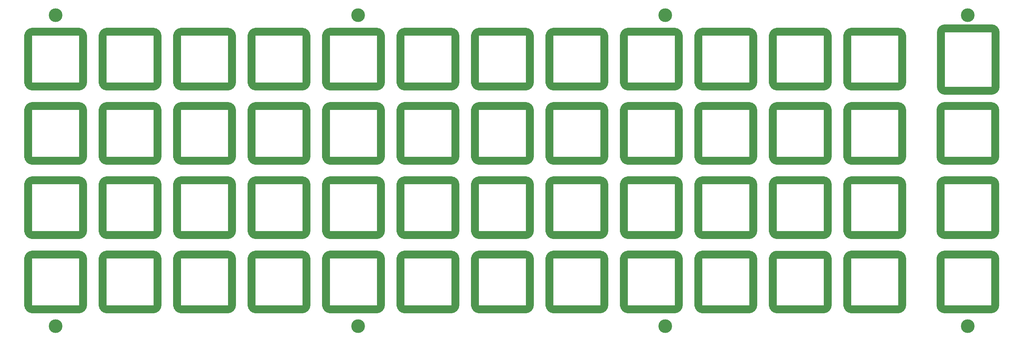
<source format=gbr>
G04 #@! TF.GenerationSoftware,KiCad,Pcbnew,(5.1.4-0)*
G04 #@! TF.CreationDate,2021-11-04T10:17:46-05:00*
G04 #@! TF.ProjectId,top_plate,746f705f-706c-4617-9465-2e6b69636164,rev?*
G04 #@! TF.SameCoordinates,Original*
G04 #@! TF.FileFunction,Soldermask,Top*
G04 #@! TF.FilePolarity,Negative*
%FSLAX46Y46*%
G04 Gerber Fmt 4.6, Leading zero omitted, Abs format (unit mm)*
G04 Created by KiCad (PCBNEW (5.1.4-0)) date 2021-11-04 10:17:46*
%MOMM*%
%LPD*%
G04 APERTURE LIST*
%ADD10C,2.000000*%
%ADD11C,3.500000*%
G04 APERTURE END LIST*
D10*
X395336010Y-100156700D02*
G75*
G02X396336010Y-101156700I0J-1000000D01*
G01*
X396336010Y-113156700D02*
G75*
G02X395336010Y-114156700I-1000000J0D01*
G01*
X383336010Y-114156700D02*
G75*
G02X382336010Y-113156700I0J1000000D01*
G01*
X382336010Y-101156700D02*
G75*
G02X383336010Y-100156700I1000000J0D01*
G01*
X395336010Y-100156700D02*
X383336010Y-100156700D01*
X382336010Y-113156700D02*
X382336010Y-101156700D01*
X383336010Y-114156700D02*
X395336010Y-114156700D01*
X396336010Y-101156700D02*
X396336010Y-113156700D01*
X395335890Y-81106428D02*
G75*
G02X396335890Y-82106428I0J-1000000D01*
G01*
X396335890Y-94106428D02*
G75*
G02X395335890Y-95106428I-1000000J0D01*
G01*
X383335890Y-95106428D02*
G75*
G02X382335890Y-94106428I0J1000000D01*
G01*
X382335890Y-82106428D02*
G75*
G02X383335890Y-81106428I1000000J0D01*
G01*
X395335890Y-81106428D02*
X383335890Y-81106428D01*
X382335890Y-94106428D02*
X382335890Y-82106428D01*
X383335890Y-95106428D02*
X395335890Y-95106428D01*
X396335890Y-82106428D02*
X396335890Y-94106428D01*
X395335890Y-62056444D02*
G75*
G02X396335890Y-63056444I0J-1000000D01*
G01*
X396335890Y-75056444D02*
G75*
G02X395335890Y-76056444I-1000000J0D01*
G01*
X383335890Y-76056444D02*
G75*
G02X382335890Y-75056444I0J1000000D01*
G01*
X382335890Y-63056444D02*
G75*
G02X383335890Y-62056444I1000000J0D01*
G01*
X395335890Y-62056444D02*
X383335890Y-62056444D01*
X382335890Y-75056444D02*
X382335890Y-63056444D01*
X383335890Y-76056444D02*
X395335890Y-76056444D01*
X396335890Y-63056444D02*
X396335890Y-75056444D01*
X371523410Y-100156700D02*
G75*
G02X372523410Y-101156700I0J-1000000D01*
G01*
X372523410Y-113156700D02*
G75*
G02X371523410Y-114156700I-1000000J0D01*
G01*
X359523410Y-114156700D02*
G75*
G02X358523410Y-113156700I0J1000000D01*
G01*
X358523410Y-101156700D02*
G75*
G02X359523410Y-100156700I1000000J0D01*
G01*
X371523410Y-100156700D02*
X359523410Y-100156700D01*
X358523410Y-113156700D02*
X358523410Y-101156700D01*
X359523410Y-114156700D02*
X371523410Y-114156700D01*
X372523410Y-101156700D02*
X372523410Y-113156700D01*
X352473330Y-100160000D02*
G75*
G02X353473330Y-101160000I0J-1000000D01*
G01*
X353473330Y-113160000D02*
G75*
G02X352473330Y-114160000I-1000000J0D01*
G01*
X340473330Y-114160000D02*
G75*
G02X339473330Y-113160000I0J1000000D01*
G01*
X339473330Y-101160000D02*
G75*
G02X340473330Y-100160000I1000000J0D01*
G01*
X352473330Y-100160000D02*
X340473330Y-100160000D01*
X339473330Y-113160000D02*
X339473330Y-101160000D01*
X340473330Y-114160000D02*
X352473330Y-114160000D01*
X353473330Y-101160000D02*
X353473330Y-113160000D01*
X333423250Y-100156700D02*
G75*
G02X334423250Y-101156700I0J-1000000D01*
G01*
X334423250Y-113156700D02*
G75*
G02X333423250Y-114156700I-1000000J0D01*
G01*
X321423250Y-114156700D02*
G75*
G02X320423250Y-113156700I0J1000000D01*
G01*
X320423250Y-101156700D02*
G75*
G02X321423250Y-100156700I1000000J0D01*
G01*
X333423250Y-100156700D02*
X321423250Y-100156700D01*
X320423250Y-113156700D02*
X320423250Y-101156700D01*
X321423250Y-114156700D02*
X333423250Y-114156700D01*
X334423250Y-101156700D02*
X334423250Y-113156700D01*
X314373170Y-100156700D02*
G75*
G02X315373170Y-101156700I0J-1000000D01*
G01*
X315373170Y-113156700D02*
G75*
G02X314373170Y-114156700I-1000000J0D01*
G01*
X302373170Y-114156700D02*
G75*
G02X301373170Y-113156700I0J1000000D01*
G01*
X301373170Y-101156700D02*
G75*
G02X302373170Y-100156700I1000000J0D01*
G01*
X314373170Y-100156700D02*
X302373170Y-100156700D01*
X301373170Y-113156700D02*
X301373170Y-101156700D01*
X302373170Y-114156700D02*
X314373170Y-114156700D01*
X315373170Y-101156700D02*
X315373170Y-113156700D01*
X295323090Y-100156700D02*
G75*
G02X296323090Y-101156700I0J-1000000D01*
G01*
X296323090Y-113156700D02*
G75*
G02X295323090Y-114156700I-1000000J0D01*
G01*
X283323090Y-114156700D02*
G75*
G02X282323090Y-113156700I0J1000000D01*
G01*
X282323090Y-101156700D02*
G75*
G02X283323090Y-100156700I1000000J0D01*
G01*
X295323090Y-100156700D02*
X283323090Y-100156700D01*
X282323090Y-113156700D02*
X282323090Y-101156700D01*
X283323090Y-114156700D02*
X295323090Y-114156700D01*
X296323090Y-101156700D02*
X296323090Y-113156700D01*
X276273010Y-100156700D02*
G75*
G02X277273010Y-101156700I0J-1000000D01*
G01*
X277273010Y-113156700D02*
G75*
G02X276273010Y-114156700I-1000000J0D01*
G01*
X264273010Y-114156700D02*
G75*
G02X263273010Y-113156700I0J1000000D01*
G01*
X263273010Y-101156700D02*
G75*
G02X264273010Y-100156700I1000000J0D01*
G01*
X276273010Y-100156700D02*
X264273010Y-100156700D01*
X263273010Y-113156700D02*
X263273010Y-101156700D01*
X264273010Y-114156700D02*
X276273010Y-114156700D01*
X277273010Y-101156700D02*
X277273010Y-113156700D01*
X257222930Y-100156700D02*
G75*
G02X258222930Y-101156700I0J-1000000D01*
G01*
X258222930Y-113156700D02*
G75*
G02X257222930Y-114156700I-1000000J0D01*
G01*
X245222930Y-114156700D02*
G75*
G02X244222930Y-113156700I0J1000000D01*
G01*
X244222930Y-101156700D02*
G75*
G02X245222930Y-100156700I1000000J0D01*
G01*
X257222930Y-100156700D02*
X245222930Y-100156700D01*
X244222930Y-113156700D02*
X244222930Y-101156700D01*
X245222930Y-114156700D02*
X257222930Y-114156700D01*
X258222930Y-101156700D02*
X258222930Y-113156700D01*
X238172850Y-100156700D02*
G75*
G02X239172850Y-101156700I0J-1000000D01*
G01*
X239172850Y-113156700D02*
G75*
G02X238172850Y-114156700I-1000000J0D01*
G01*
X226172850Y-114156700D02*
G75*
G02X225172850Y-113156700I0J1000000D01*
G01*
X225172850Y-101156700D02*
G75*
G02X226172850Y-100156700I1000000J0D01*
G01*
X238172850Y-100156700D02*
X226172850Y-100156700D01*
X225172850Y-113156700D02*
X225172850Y-101156700D01*
X226172850Y-114156700D02*
X238172850Y-114156700D01*
X239172850Y-101156700D02*
X239172850Y-113156700D01*
X219122770Y-100156700D02*
G75*
G02X220122770Y-101156700I0J-1000000D01*
G01*
X220122770Y-113156700D02*
G75*
G02X219122770Y-114156700I-1000000J0D01*
G01*
X207122770Y-114156700D02*
G75*
G02X206122770Y-113156700I0J1000000D01*
G01*
X206122770Y-101156700D02*
G75*
G02X207122770Y-100156700I1000000J0D01*
G01*
X219122770Y-100156700D02*
X207122770Y-100156700D01*
X206122770Y-113156700D02*
X206122770Y-101156700D01*
X207122770Y-114156700D02*
X219122770Y-114156700D01*
X220122770Y-101156700D02*
X220122770Y-113156700D01*
X200072690Y-100156700D02*
G75*
G02X201072690Y-101156700I0J-1000000D01*
G01*
X201072690Y-113156700D02*
G75*
G02X200072690Y-114156700I-1000000J0D01*
G01*
X188072690Y-114156700D02*
G75*
G02X187072690Y-113156700I0J1000000D01*
G01*
X187072690Y-101156700D02*
G75*
G02X188072690Y-100156700I1000000J0D01*
G01*
X200072690Y-100156700D02*
X188072690Y-100156700D01*
X187072690Y-113156700D02*
X187072690Y-101156700D01*
X188072690Y-114156700D02*
X200072690Y-114156700D01*
X201072690Y-101156700D02*
X201072690Y-113156700D01*
X181022610Y-100156700D02*
G75*
G02X182022610Y-101156700I0J-1000000D01*
G01*
X182022610Y-113156700D02*
G75*
G02X181022610Y-114156700I-1000000J0D01*
G01*
X169022610Y-114156700D02*
G75*
G02X168022610Y-113156700I0J1000000D01*
G01*
X168022610Y-101156700D02*
G75*
G02X169022610Y-100156700I1000000J0D01*
G01*
X181022610Y-100156700D02*
X169022610Y-100156700D01*
X168022610Y-113156700D02*
X168022610Y-101156700D01*
X169022610Y-114156700D02*
X181022610Y-114156700D01*
X182022610Y-101156700D02*
X182022610Y-113156700D01*
X161972530Y-100156700D02*
G75*
G02X162972530Y-101156700I0J-1000000D01*
G01*
X162972530Y-113156700D02*
G75*
G02X161972530Y-114156700I-1000000J0D01*
G01*
X149972530Y-114156700D02*
G75*
G02X148972530Y-113156700I0J1000000D01*
G01*
X148972530Y-101156700D02*
G75*
G02X149972530Y-100156700I1000000J0D01*
G01*
X161972530Y-100156700D02*
X149972530Y-100156700D01*
X148972530Y-113156700D02*
X148972530Y-101156700D01*
X149972530Y-114156700D02*
X161972530Y-114156700D01*
X162972530Y-101156700D02*
X162972530Y-113156700D01*
X371523410Y-81106620D02*
G75*
G02X372523410Y-82106620I0J-1000000D01*
G01*
X372523410Y-94106620D02*
G75*
G02X371523410Y-95106620I-1000000J0D01*
G01*
X359523410Y-95106620D02*
G75*
G02X358523410Y-94106620I0J1000000D01*
G01*
X358523410Y-82106620D02*
G75*
G02X359523410Y-81106620I1000000J0D01*
G01*
X371523410Y-81106620D02*
X359523410Y-81106620D01*
X358523410Y-94106620D02*
X358523410Y-82106620D01*
X359523410Y-95106620D02*
X371523410Y-95106620D01*
X372523410Y-82106620D02*
X372523410Y-94106620D01*
X352473330Y-81106620D02*
G75*
G02X353473330Y-82106620I0J-1000000D01*
G01*
X353473330Y-94106620D02*
G75*
G02X352473330Y-95106620I-1000000J0D01*
G01*
X340473330Y-95106620D02*
G75*
G02X339473330Y-94106620I0J1000000D01*
G01*
X339473330Y-82106620D02*
G75*
G02X340473330Y-81106620I1000000J0D01*
G01*
X352473330Y-81106620D02*
X340473330Y-81106620D01*
X339473330Y-94106620D02*
X339473330Y-82106620D01*
X340473330Y-95106620D02*
X352473330Y-95106620D01*
X353473330Y-82106620D02*
X353473330Y-94106620D01*
X333423250Y-81106620D02*
G75*
G02X334423250Y-82106620I0J-1000000D01*
G01*
X334423250Y-94106620D02*
G75*
G02X333423250Y-95106620I-1000000J0D01*
G01*
X321423250Y-95106620D02*
G75*
G02X320423250Y-94106620I0J1000000D01*
G01*
X320423250Y-82106620D02*
G75*
G02X321423250Y-81106620I1000000J0D01*
G01*
X333423250Y-81106620D02*
X321423250Y-81106620D01*
X320423250Y-94106620D02*
X320423250Y-82106620D01*
X321423250Y-95106620D02*
X333423250Y-95106620D01*
X334423250Y-82106620D02*
X334423250Y-94106620D01*
X314373170Y-81106620D02*
G75*
G02X315373170Y-82106620I0J-1000000D01*
G01*
X315373170Y-94106620D02*
G75*
G02X314373170Y-95106620I-1000000J0D01*
G01*
X302373170Y-95106620D02*
G75*
G02X301373170Y-94106620I0J1000000D01*
G01*
X301373170Y-82106620D02*
G75*
G02X302373170Y-81106620I1000000J0D01*
G01*
X314373170Y-81106620D02*
X302373170Y-81106620D01*
X301373170Y-94106620D02*
X301373170Y-82106620D01*
X302373170Y-95106620D02*
X314373170Y-95106620D01*
X315373170Y-82106620D02*
X315373170Y-94106620D01*
X295323090Y-81106620D02*
G75*
G02X296323090Y-82106620I0J-1000000D01*
G01*
X296323090Y-94106620D02*
G75*
G02X295323090Y-95106620I-1000000J0D01*
G01*
X283323090Y-95106620D02*
G75*
G02X282323090Y-94106620I0J1000000D01*
G01*
X282323090Y-82106620D02*
G75*
G02X283323090Y-81106620I1000000J0D01*
G01*
X295323090Y-81106620D02*
X283323090Y-81106620D01*
X282323090Y-94106620D02*
X282323090Y-82106620D01*
X283323090Y-95106620D02*
X295323090Y-95106620D01*
X296323090Y-82106620D02*
X296323090Y-94106620D01*
X276273010Y-81106620D02*
G75*
G02X277273010Y-82106620I0J-1000000D01*
G01*
X277273010Y-94106620D02*
G75*
G02X276273010Y-95106620I-1000000J0D01*
G01*
X264273010Y-95106620D02*
G75*
G02X263273010Y-94106620I0J1000000D01*
G01*
X263273010Y-82106620D02*
G75*
G02X264273010Y-81106620I1000000J0D01*
G01*
X276273010Y-81106620D02*
X264273010Y-81106620D01*
X263273010Y-94106620D02*
X263273010Y-82106620D01*
X264273010Y-95106620D02*
X276273010Y-95106620D01*
X277273010Y-82106620D02*
X277273010Y-94106620D01*
X257222930Y-81106620D02*
G75*
G02X258222930Y-82106620I0J-1000000D01*
G01*
X258222930Y-94106620D02*
G75*
G02X257222930Y-95106620I-1000000J0D01*
G01*
X245222930Y-95106620D02*
G75*
G02X244222930Y-94106620I0J1000000D01*
G01*
X244222930Y-82106620D02*
G75*
G02X245222930Y-81106620I1000000J0D01*
G01*
X257222930Y-81106620D02*
X245222930Y-81106620D01*
X244222930Y-94106620D02*
X244222930Y-82106620D01*
X245222930Y-95106620D02*
X257222930Y-95106620D01*
X258222930Y-82106620D02*
X258222930Y-94106620D01*
X238172850Y-81106620D02*
G75*
G02X239172850Y-82106620I0J-1000000D01*
G01*
X239172850Y-94106620D02*
G75*
G02X238172850Y-95106620I-1000000J0D01*
G01*
X226172850Y-95106620D02*
G75*
G02X225172850Y-94106620I0J1000000D01*
G01*
X225172850Y-82106620D02*
G75*
G02X226172850Y-81106620I1000000J0D01*
G01*
X238172850Y-81106620D02*
X226172850Y-81106620D01*
X225172850Y-94106620D02*
X225172850Y-82106620D01*
X226172850Y-95106620D02*
X238172850Y-95106620D01*
X239172850Y-82106620D02*
X239172850Y-94106620D01*
X219122770Y-81106620D02*
G75*
G02X220122770Y-82106620I0J-1000000D01*
G01*
X220122770Y-94106620D02*
G75*
G02X219122770Y-95106620I-1000000J0D01*
G01*
X207122770Y-95106620D02*
G75*
G02X206122770Y-94106620I0J1000000D01*
G01*
X206122770Y-82106620D02*
G75*
G02X207122770Y-81106620I1000000J0D01*
G01*
X219122770Y-81106620D02*
X207122770Y-81106620D01*
X206122770Y-94106620D02*
X206122770Y-82106620D01*
X207122770Y-95106620D02*
X219122770Y-95106620D01*
X220122770Y-82106620D02*
X220122770Y-94106620D01*
X200072690Y-81106620D02*
G75*
G02X201072690Y-82106620I0J-1000000D01*
G01*
X201072690Y-94106620D02*
G75*
G02X200072690Y-95106620I-1000000J0D01*
G01*
X188072690Y-95106620D02*
G75*
G02X187072690Y-94106620I0J1000000D01*
G01*
X187072690Y-82106620D02*
G75*
G02X188072690Y-81106620I1000000J0D01*
G01*
X200072690Y-81106620D02*
X188072690Y-81106620D01*
X187072690Y-94106620D02*
X187072690Y-82106620D01*
X188072690Y-95106620D02*
X200072690Y-95106620D01*
X201072690Y-82106620D02*
X201072690Y-94106620D01*
X181022610Y-81106620D02*
G75*
G02X182022610Y-82106620I0J-1000000D01*
G01*
X182022610Y-94106620D02*
G75*
G02X181022610Y-95106620I-1000000J0D01*
G01*
X169022610Y-95106620D02*
G75*
G02X168022610Y-94106620I0J1000000D01*
G01*
X168022610Y-82106620D02*
G75*
G02X169022610Y-81106620I1000000J0D01*
G01*
X181022610Y-81106620D02*
X169022610Y-81106620D01*
X168022610Y-94106620D02*
X168022610Y-82106620D01*
X169022610Y-95106620D02*
X181022610Y-95106620D01*
X182022610Y-82106620D02*
X182022610Y-94106620D01*
X161972530Y-81106620D02*
G75*
G02X162972530Y-82106620I0J-1000000D01*
G01*
X162972530Y-94106620D02*
G75*
G02X161972530Y-95106620I-1000000J0D01*
G01*
X149972530Y-95106620D02*
G75*
G02X148972530Y-94106620I0J1000000D01*
G01*
X148972530Y-82106620D02*
G75*
G02X149972530Y-81106620I1000000J0D01*
G01*
X161972530Y-81106620D02*
X149972530Y-81106620D01*
X148972530Y-94106620D02*
X148972530Y-82106620D01*
X149972530Y-95106620D02*
X161972530Y-95106620D01*
X162972530Y-82106620D02*
X162972530Y-94106620D01*
X371523410Y-62056540D02*
G75*
G02X372523410Y-63056540I0J-1000000D01*
G01*
X372523410Y-75056540D02*
G75*
G02X371523410Y-76056540I-1000000J0D01*
G01*
X359523410Y-76056540D02*
G75*
G02X358523410Y-75056540I0J1000000D01*
G01*
X358523410Y-63056540D02*
G75*
G02X359523410Y-62056540I1000000J0D01*
G01*
X371523410Y-62056540D02*
X359523410Y-62056540D01*
X358523410Y-75056540D02*
X358523410Y-63056540D01*
X359523410Y-76056540D02*
X371523410Y-76056540D01*
X372523410Y-63056540D02*
X372523410Y-75056540D01*
X352473330Y-62056540D02*
G75*
G02X353473330Y-63056540I0J-1000000D01*
G01*
X353473330Y-75056540D02*
G75*
G02X352473330Y-76056540I-1000000J0D01*
G01*
X340473330Y-76056540D02*
G75*
G02X339473330Y-75056540I0J1000000D01*
G01*
X339473330Y-63056540D02*
G75*
G02X340473330Y-62056540I1000000J0D01*
G01*
X352473330Y-62056540D02*
X340473330Y-62056540D01*
X339473330Y-75056540D02*
X339473330Y-63056540D01*
X340473330Y-76056540D02*
X352473330Y-76056540D01*
X353473330Y-63056540D02*
X353473330Y-75056540D01*
X333423250Y-62056540D02*
G75*
G02X334423250Y-63056540I0J-1000000D01*
G01*
X334423250Y-75056540D02*
G75*
G02X333423250Y-76056540I-1000000J0D01*
G01*
X321423250Y-76056540D02*
G75*
G02X320423250Y-75056540I0J1000000D01*
G01*
X320423250Y-63056540D02*
G75*
G02X321423250Y-62056540I1000000J0D01*
G01*
X333423250Y-62056540D02*
X321423250Y-62056540D01*
X320423250Y-75056540D02*
X320423250Y-63056540D01*
X321423250Y-76056540D02*
X333423250Y-76056540D01*
X334423250Y-63056540D02*
X334423250Y-75056540D01*
X314373170Y-62056540D02*
G75*
G02X315373170Y-63056540I0J-1000000D01*
G01*
X315373170Y-75056540D02*
G75*
G02X314373170Y-76056540I-1000000J0D01*
G01*
X302373170Y-76056540D02*
G75*
G02X301373170Y-75056540I0J1000000D01*
G01*
X301373170Y-63056540D02*
G75*
G02X302373170Y-62056540I1000000J0D01*
G01*
X314373170Y-62056540D02*
X302373170Y-62056540D01*
X301373170Y-75056540D02*
X301373170Y-63056540D01*
X302373170Y-76056540D02*
X314373170Y-76056540D01*
X315373170Y-63056540D02*
X315373170Y-75056540D01*
X295323090Y-62056540D02*
G75*
G02X296323090Y-63056540I0J-1000000D01*
G01*
X296323090Y-75056540D02*
G75*
G02X295323090Y-76056540I-1000000J0D01*
G01*
X283323090Y-76056540D02*
G75*
G02X282323090Y-75056540I0J1000000D01*
G01*
X282323090Y-63056540D02*
G75*
G02X283323090Y-62056540I1000000J0D01*
G01*
X295323090Y-62056540D02*
X283323090Y-62056540D01*
X282323090Y-75056540D02*
X282323090Y-63056540D01*
X283323090Y-76056540D02*
X295323090Y-76056540D01*
X296323090Y-63056540D02*
X296323090Y-75056540D01*
X276273010Y-62056540D02*
G75*
G02X277273010Y-63056540I0J-1000000D01*
G01*
X277273010Y-75056540D02*
G75*
G02X276273010Y-76056540I-1000000J0D01*
G01*
X264273010Y-76056540D02*
G75*
G02X263273010Y-75056540I0J1000000D01*
G01*
X263273010Y-63056540D02*
G75*
G02X264273010Y-62056540I1000000J0D01*
G01*
X276273010Y-62056540D02*
X264273010Y-62056540D01*
X263273010Y-75056540D02*
X263273010Y-63056540D01*
X264273010Y-76056540D02*
X276273010Y-76056540D01*
X277273010Y-63056540D02*
X277273010Y-75056540D01*
X257222930Y-62056540D02*
G75*
G02X258222930Y-63056540I0J-1000000D01*
G01*
X258222930Y-75056540D02*
G75*
G02X257222930Y-76056540I-1000000J0D01*
G01*
X245222930Y-76056540D02*
G75*
G02X244222930Y-75056540I0J1000000D01*
G01*
X244222930Y-63056540D02*
G75*
G02X245222930Y-62056540I1000000J0D01*
G01*
X257222930Y-62056540D02*
X245222930Y-62056540D01*
X244222930Y-75056540D02*
X244222930Y-63056540D01*
X245222930Y-76056540D02*
X257222930Y-76056540D01*
X258222930Y-63056540D02*
X258222930Y-75056540D01*
X238172850Y-62056540D02*
G75*
G02X239172850Y-63056540I0J-1000000D01*
G01*
X239172850Y-75056540D02*
G75*
G02X238172850Y-76056540I-1000000J0D01*
G01*
X226172850Y-76056540D02*
G75*
G02X225172850Y-75056540I0J1000000D01*
G01*
X225172850Y-63056540D02*
G75*
G02X226172850Y-62056540I1000000J0D01*
G01*
X238172850Y-62056540D02*
X226172850Y-62056540D01*
X225172850Y-75056540D02*
X225172850Y-63056540D01*
X226172850Y-76056540D02*
X238172850Y-76056540D01*
X239172850Y-63056540D02*
X239172850Y-75056540D01*
X219122770Y-62056540D02*
G75*
G02X220122770Y-63056540I0J-1000000D01*
G01*
X220122770Y-75056540D02*
G75*
G02X219122770Y-76056540I-1000000J0D01*
G01*
X207122770Y-76056540D02*
G75*
G02X206122770Y-75056540I0J1000000D01*
G01*
X206122770Y-63056540D02*
G75*
G02X207122770Y-62056540I1000000J0D01*
G01*
X219122770Y-62056540D02*
X207122770Y-62056540D01*
X206122770Y-75056540D02*
X206122770Y-63056540D01*
X207122770Y-76056540D02*
X219122770Y-76056540D01*
X220122770Y-63056540D02*
X220122770Y-75056540D01*
X200072690Y-62056540D02*
G75*
G02X201072690Y-63056540I0J-1000000D01*
G01*
X201072690Y-75056540D02*
G75*
G02X200072690Y-76056540I-1000000J0D01*
G01*
X188072690Y-76056540D02*
G75*
G02X187072690Y-75056540I0J1000000D01*
G01*
X187072690Y-63056540D02*
G75*
G02X188072690Y-62056540I1000000J0D01*
G01*
X200072690Y-62056540D02*
X188072690Y-62056540D01*
X187072690Y-75056540D02*
X187072690Y-63056540D01*
X188072690Y-76056540D02*
X200072690Y-76056540D01*
X201072690Y-63056540D02*
X201072690Y-75056540D01*
X181022610Y-62056540D02*
G75*
G02X182022610Y-63056540I0J-1000000D01*
G01*
X182022610Y-75056540D02*
G75*
G02X181022610Y-76056540I-1000000J0D01*
G01*
X169022610Y-76056540D02*
G75*
G02X168022610Y-75056540I0J1000000D01*
G01*
X168022610Y-63056540D02*
G75*
G02X169022610Y-62056540I1000000J0D01*
G01*
X181022610Y-62056540D02*
X169022610Y-62056540D01*
X168022610Y-75056540D02*
X168022610Y-63056540D01*
X169022610Y-76056540D02*
X181022610Y-76056540D01*
X182022610Y-63056540D02*
X182022610Y-75056540D01*
X161972530Y-62056540D02*
G75*
G02X162972530Y-63056540I0J-1000000D01*
G01*
X162972530Y-75056540D02*
G75*
G02X161972530Y-76056540I-1000000J0D01*
G01*
X149972530Y-76056540D02*
G75*
G02X148972530Y-75056540I0J1000000D01*
G01*
X148972530Y-63056540D02*
G75*
G02X149972530Y-62056540I1000000J0D01*
G01*
X161972530Y-62056540D02*
X149972530Y-62056540D01*
X148972530Y-75056540D02*
X148972530Y-63056540D01*
X149972530Y-76056540D02*
X161972530Y-76056540D01*
X162972530Y-63056540D02*
X162972530Y-75056540D01*
X371523410Y-43006460D02*
G75*
G02X372523410Y-44006460I0J-1000000D01*
G01*
X372523410Y-56006460D02*
G75*
G02X371523410Y-57006460I-1000000J0D01*
G01*
X359523410Y-57006460D02*
G75*
G02X358523410Y-56006460I0J1000000D01*
G01*
X358523410Y-44006460D02*
G75*
G02X359523410Y-43006460I1000000J0D01*
G01*
X371523410Y-43006460D02*
X359523410Y-43006460D01*
X358523410Y-56006460D02*
X358523410Y-44006460D01*
X359523410Y-57006460D02*
X371523410Y-57006460D01*
X372523410Y-44006460D02*
X372523410Y-56006460D01*
X352473330Y-43006460D02*
G75*
G02X353473330Y-44006460I0J-1000000D01*
G01*
X353473330Y-56006460D02*
G75*
G02X352473330Y-57006460I-1000000J0D01*
G01*
X340473330Y-57006460D02*
G75*
G02X339473330Y-56006460I0J1000000D01*
G01*
X339473330Y-44006460D02*
G75*
G02X340473330Y-43006460I1000000J0D01*
G01*
X352473330Y-43006460D02*
X340473330Y-43006460D01*
X339473330Y-56006460D02*
X339473330Y-44006460D01*
X340473330Y-57006460D02*
X352473330Y-57006460D01*
X353473330Y-44006460D02*
X353473330Y-56006460D01*
X333423250Y-43006460D02*
G75*
G02X334423250Y-44006460I0J-1000000D01*
G01*
X334423250Y-56006460D02*
G75*
G02X333423250Y-57006460I-1000000J0D01*
G01*
X321423250Y-57006460D02*
G75*
G02X320423250Y-56006460I0J1000000D01*
G01*
X320423250Y-44006460D02*
G75*
G02X321423250Y-43006460I1000000J0D01*
G01*
X333423250Y-43006460D02*
X321423250Y-43006460D01*
X320423250Y-56006460D02*
X320423250Y-44006460D01*
X321423250Y-57006460D02*
X333423250Y-57006460D01*
X334423250Y-44006460D02*
X334423250Y-56006460D01*
X314373362Y-43006460D02*
G75*
G02X315373362Y-44006460I0J-1000000D01*
G01*
X315373362Y-56006460D02*
G75*
G02X314373362Y-57006460I-1000000J0D01*
G01*
X302373362Y-57006460D02*
G75*
G02X301373362Y-56006460I0J1000000D01*
G01*
X301373362Y-44006460D02*
G75*
G02X302373362Y-43006460I1000000J0D01*
G01*
X314373362Y-43006460D02*
X302373362Y-43006460D01*
X301373362Y-56006460D02*
X301373362Y-44006460D01*
X302373362Y-57006460D02*
X314373362Y-57006460D01*
X315373362Y-44006460D02*
X315373362Y-56006460D01*
X295323346Y-43006460D02*
G75*
G02X296323346Y-44006460I0J-1000000D01*
G01*
X296323346Y-56006460D02*
G75*
G02X295323346Y-57006460I-1000000J0D01*
G01*
X283323346Y-57006460D02*
G75*
G02X282323346Y-56006460I0J1000000D01*
G01*
X282323346Y-44006460D02*
G75*
G02X283323346Y-43006460I1000000J0D01*
G01*
X295323346Y-43006460D02*
X283323346Y-43006460D01*
X282323346Y-56006460D02*
X282323346Y-44006460D01*
X283323346Y-57006460D02*
X295323346Y-57006460D01*
X296323346Y-44006460D02*
X296323346Y-56006460D01*
X276273330Y-43006460D02*
G75*
G02X277273330Y-44006460I0J-1000000D01*
G01*
X277273330Y-56006460D02*
G75*
G02X276273330Y-57006460I-1000000J0D01*
G01*
X264273330Y-57006460D02*
G75*
G02X263273330Y-56006460I0J1000000D01*
G01*
X263273330Y-44006460D02*
G75*
G02X264273330Y-43006460I1000000J0D01*
G01*
X276273330Y-43006460D02*
X264273330Y-43006460D01*
X263273330Y-56006460D02*
X263273330Y-44006460D01*
X264273330Y-57006460D02*
X276273330Y-57006460D01*
X277273330Y-44006460D02*
X277273330Y-56006460D01*
X257223314Y-43006460D02*
G75*
G02X258223314Y-44006460I0J-1000000D01*
G01*
X258223314Y-56006460D02*
G75*
G02X257223314Y-57006460I-1000000J0D01*
G01*
X245223314Y-57006460D02*
G75*
G02X244223314Y-56006460I0J1000000D01*
G01*
X244223314Y-44006460D02*
G75*
G02X245223314Y-43006460I1000000J0D01*
G01*
X257223314Y-43006460D02*
X245223314Y-43006460D01*
X244223314Y-56006460D02*
X244223314Y-44006460D01*
X245223314Y-57006460D02*
X257223314Y-57006460D01*
X258223314Y-44006460D02*
X258223314Y-56006460D01*
X238172850Y-43006460D02*
G75*
G02X239172850Y-44006460I0J-1000000D01*
G01*
X239172850Y-56006460D02*
G75*
G02X238172850Y-57006460I-1000000J0D01*
G01*
X226172850Y-57006460D02*
G75*
G02X225172850Y-56006460I0J1000000D01*
G01*
X225172850Y-44006460D02*
G75*
G02X226172850Y-43006460I1000000J0D01*
G01*
X238172850Y-43006460D02*
X226172850Y-43006460D01*
X225172850Y-56006460D02*
X225172850Y-44006460D01*
X226172850Y-57006460D02*
X238172850Y-57006460D01*
X239172850Y-44006460D02*
X239172850Y-56006460D01*
X219122770Y-43006460D02*
G75*
G02X220122770Y-44006460I0J-1000000D01*
G01*
X220122770Y-56006460D02*
G75*
G02X219122770Y-57006460I-1000000J0D01*
G01*
X207122770Y-57006460D02*
G75*
G02X206122770Y-56006460I0J1000000D01*
G01*
X206122770Y-44006460D02*
G75*
G02X207122770Y-43006460I1000000J0D01*
G01*
X219122770Y-43006460D02*
X207122770Y-43006460D01*
X206122770Y-56006460D02*
X206122770Y-44006460D01*
X207122770Y-57006460D02*
X219122770Y-57006460D01*
X220122770Y-44006460D02*
X220122770Y-56006460D01*
X200072690Y-43006460D02*
G75*
G02X201072690Y-44006460I0J-1000000D01*
G01*
X201072690Y-56006460D02*
G75*
G02X200072690Y-57006460I-1000000J0D01*
G01*
X188072690Y-57006460D02*
G75*
G02X187072690Y-56006460I0J1000000D01*
G01*
X187072690Y-44006460D02*
G75*
G02X188072690Y-43006460I1000000J0D01*
G01*
X200072690Y-43006460D02*
X188072690Y-43006460D01*
X187072690Y-56006460D02*
X187072690Y-44006460D01*
X188072690Y-57006460D02*
X200072690Y-57006460D01*
X201072690Y-44006460D02*
X201072690Y-56006460D01*
X181022610Y-43006460D02*
G75*
G02X182022610Y-44006460I0J-1000000D01*
G01*
X182022610Y-56006460D02*
G75*
G02X181022610Y-57006460I-1000000J0D01*
G01*
X169022610Y-57006460D02*
G75*
G02X168022610Y-56006460I0J1000000D01*
G01*
X168022610Y-44006460D02*
G75*
G02X169022610Y-43006460I1000000J0D01*
G01*
X181022610Y-43006460D02*
X169022610Y-43006460D01*
X168022610Y-56006460D02*
X168022610Y-44006460D01*
X169022610Y-57006460D02*
X181022610Y-57006460D01*
X182022610Y-44006460D02*
X182022610Y-56006460D01*
X161972530Y-43006460D02*
G75*
G02X162972530Y-44006460I0J-1000000D01*
G01*
X162972530Y-56006460D02*
G75*
G02X161972530Y-57006460I-1000000J0D01*
G01*
X149972530Y-57006460D02*
G75*
G02X148972530Y-56006460I0J1000000D01*
G01*
X148972530Y-44006460D02*
G75*
G02X149972530Y-43006460I1000000J0D01*
G01*
X161972530Y-43006460D02*
X149972530Y-43006460D01*
X148972530Y-56006460D02*
X148972530Y-44006460D01*
X149972530Y-57006460D02*
X161972530Y-57006460D01*
X162972530Y-44006460D02*
X162972530Y-56006460D01*
X396436010Y-57106460D02*
G75*
G02X395436010Y-58106460I-1000000J0D01*
G01*
X383436010Y-58106460D02*
G75*
G02X382436010Y-57106460I0J1000000D01*
G01*
X382436010Y-43106460D02*
G75*
G02X383436010Y-42106460I1000000J0D01*
G01*
X395436010Y-42106460D02*
G75*
G02X396436010Y-43106460I0J-1000000D01*
G01*
X396436010Y-57106460D02*
X396436010Y-43106460D01*
X383436010Y-42106460D02*
X395436010Y-42106460D01*
X382436010Y-43106460D02*
X382436010Y-57106460D01*
X395436010Y-58106460D02*
X383436010Y-58106460D01*
D11*
X389335890Y-118467340D03*
X155973586Y-38695532D03*
X155973586Y-118467340D03*
X233364146Y-38695532D03*
X233364146Y-118454889D03*
X311945330Y-38695532D03*
X311945330Y-118467340D03*
X389335890Y-38695532D03*
M02*

</source>
